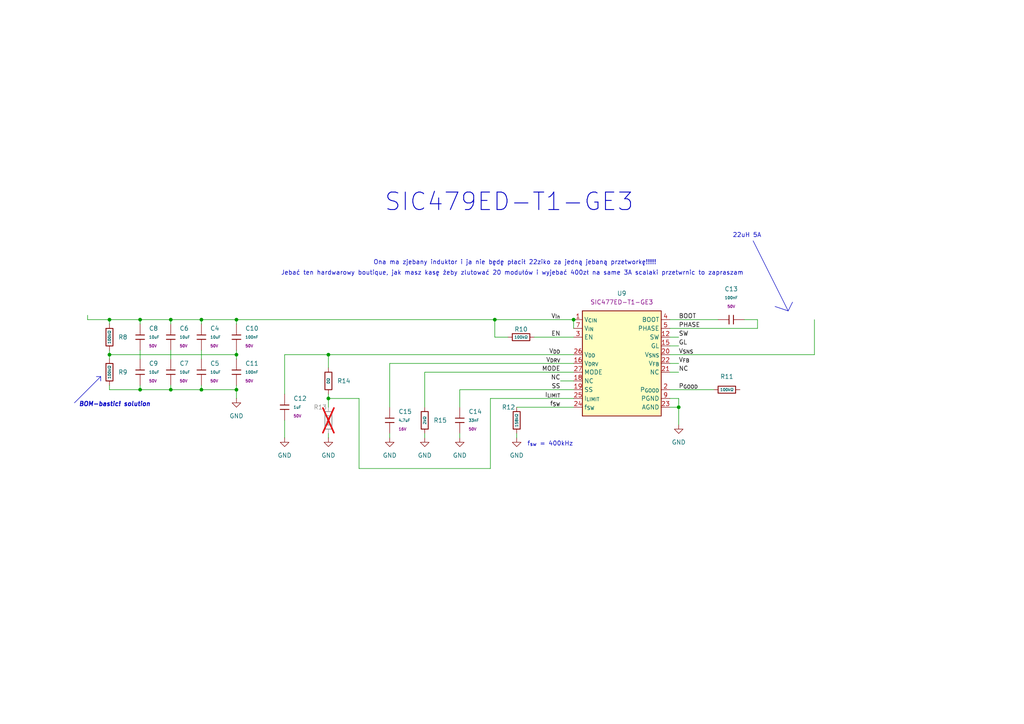
<source format=kicad_sch>
(kicad_sch (version 20250114) (generator "eeschema") (generator_version "9.0")
  (paper "A4")
  (lib_symbols
    (symbol "PCM_JLCPCB-Capacitors:0402,100nF,(2)" (pin_numbers (hide yes)) (pin_names (offset 0))
      (property "Reference" "C" (at 2.032 1.668 0))
      (property "Value" "100nF" (at 2.032 -0.3782 0))
      (property "Voltage Rated" "50V" (at 2.032 -2.0462 0))
      (symbol "0402,100nF,(2)_0_1"
        (polyline (pts (xy -1.27 0.635) (xy 1.27 0.635)) (stroke (width 0.254)))
        (polyline (pts (xy -1.27 -0.635) (xy 1.27 -0.635)) (stroke (width 0.254)))
      )
      (symbol "0402,100nF,(2)_1_1"
        (pin passive line (at 0 3.81 270) (length 3.175) (name "~") (number "1"))
        (pin passive line (at 0 -3.81 90) (length 3.175) (name "~") (number "2"))
      )
    )
    (symbol "PCM_JLCPCB-Capacitors:0603,1uF" (pin_numbers (hide yes)) (pin_names (offset 0))
      (property "Reference" "C" (at 2.032 1.668 0))
      (property "Value" "1uF" (at 2.032 -0.3782 0))
      (property "Voltage Rated" "50V" (at 2.032 -2.0462 0))
      (symbol "0603,1uF_0_1"
        (polyline (pts (xy -1.27 0.635) (xy 1.27 0.635)) (stroke (width 0.254)))
        (polyline (pts (xy -1.27 -0.635) (xy 1.27 -0.635)) (stroke (width 0.254)))
      )
      (symbol "0603,1uF_1_1"
        (pin passive line (at 0 3.81 270) (length 3.175) (name "~") (number "1"))
        (pin passive line (at 0 -3.81 90) (length 3.175) (name "~") (number "2"))
      )
    )
    (symbol "PCM_JLCPCB-Capacitors:0603,33nF" (pin_numbers (hide yes)) (pin_names (offset 0))
      (property "Reference" "C" (at 2.032 1.668 0))
      (property "Value" "33nF" (at 2.032 -0.3782 0))
      (property "Voltage Rated" "50V" (at 2.032 -2.0462 0))
      (symbol "0603,33nF_0_1"
        (polyline (pts (xy -1.27 0.635) (xy 1.27 0.635)) (stroke (width 0.254)))
        (polyline (pts (xy -1.27 -0.635) (xy 1.27 -0.635)) (stroke (width 0.254)))
      )
      (symbol "0603,33nF_1_1"
        (pin passive line (at 0 3.81 270) (length 3.175) (name "~") (number "1"))
        (pin passive line (at 0 -3.81 90) (length 3.175) (name "~") (number "2"))
      )
    )
    (symbol "PCM_JLCPCB-Capacitors:0603,4.7uF" (pin_numbers (hide yes)) (pin_names (offset 0))
      (property "Reference" "C" (at 2.032 1.668 0))
      (property "Value" "4.7uF" (at 2.032 -0.3782 0))
      (property "Voltage Rated" "16V" (at 2.032 -2.0462 0))
      (symbol "0603,4.7uF_0_1"
        (polyline (pts (xy -1.27 0.635) (xy 1.27 0.635)) (stroke (width 0.254)))
        (polyline (pts (xy -1.27 -0.635) (xy 1.27 -0.635)) (stroke (width 0.254)))
      )
      (symbol "0603,4.7uF_1_1"
        (pin passive line (at 0 3.81 270) (length 3.175) (name "~") (number "1"))
        (pin passive line (at 0 -3.81 90) (length 3.175) (name "~") (number "2"))
      )
    )
    (symbol "PCM_JLCPCB-Capacitors:0805,10uF,(2)" (pin_numbers (hide yes)) (pin_names (offset 0))
      (property "Reference" "C" (at 2.032 1.668 0))
      (property "Value" "10uF" (at 2.032 -0.3782 0))
      (property "Voltage Rated" "50V" (at 2.032 -2.0462 0))
      (symbol "0805,10uF,(2)_0_1"
        (polyline (pts (xy -1.27 0.635) (xy 1.27 0.635)) (stroke (width 0.254)))
        (polyline (pts (xy -1.27 -0.635) (xy 1.27 -0.635)) (stroke (width 0.254)))
      )
      (symbol "0805,10uF,(2)_1_1"
        (pin passive line (at 0 3.81 270) (length 3.175) (name "~") (number "1"))
        (pin passive line (at 0 -3.81 90) (length 3.175) (name "~") (number "2"))
      )
    )
    (symbol "PCM_JLCPCB-Resistors:0402,0Ω" (pin_numbers (hide yes)) (pin_names (offset 0))
      (property "Reference" "R" (at 1.778 0 0))
      (property "Value" "0Ω" (at 0 0 90))
      (symbol "0402,0Ω_0_1"
        (rectangle (start -1.016 2.54) (end 1.016 -2.54) (stroke (width 0.254)))
      )
      (symbol "0402,0Ω_1_1"
        (pin passive line (at 0 3.81 270) (length 1.27) (name "~") (number "1"))
        (pin passive line (at 0 -3.81 90) (length 1.27) (name "~") (number "2"))
      )
    )
    (symbol "PCM_JLCPCB-Resistors:0402,100kΩ" (pin_numbers (hide yes)) (pin_names (offset 0))
      (property "Reference" "R" (at 1.778 0 0))
      (property "Value" "100kΩ" (at 0 0 90))
      (symbol "0402,100kΩ_0_1"
        (rectangle (start -1.016 2.54) (end 1.016 -2.54) (stroke (width 0.254)))
      )
      (symbol "0402,100kΩ_1_1"
        (pin passive line (at 0 3.81 270) (length 1.27) (name "~") (number "1"))
        (pin passive line (at 0 -3.81 90) (length 1.27) (name "~") (number "2"))
      )
    )
    (symbol "PCM_JLCPCB-Resistors:0402,2kΩ" (pin_numbers (hide yes)) (pin_names (offset 0))
      (property "Reference" "R" (at 1.778 0 0))
      (property "Value" "2kΩ" (at 0 0 90))
      (symbol "0402,2kΩ_0_1"
        (rectangle (start -1.016 2.54) (end 1.016 -2.54) (stroke (width 0.254)))
      )
      (symbol "0402,2kΩ_1_1"
        (pin passive line (at 0 3.81 270) (length 1.27) (name "~") (number "1"))
        (pin passive line (at 0 -3.81 90) (length 1.27) (name "~") (number "2"))
      )
    )
    (symbol "antmicroDCDCConverters:SIC477ED-T1-GE3"
      (property "Reference" "U" (at 50.8 -5.08 0))
      (property "MPN" "SIC477ED-T1-GE3" (at 50.8 -17.78 0))
      (symbol "SIC477ED-T1-GE3_1_1"
        (rectangle (start 2.54 2.54) (end 25.4 -27.94) (stroke (width 0.254)) (fill (type background)))
        (pin input line (at 0 0 0) (length 2.54) (name "V_{CIN}") (number "1"))
        (pin input line (at 0 -2.54 0) (length 2.54) (name "V_{IN}") (number "7"))
        (pin passive line (at 0 -2.54 0) (length 2.54) (hide yes) (name "V_{IN}") (number "8"))
        (pin input line (at 0 -5.08 0) (length 2.54) (name "EN") (number "3"))
        (pin power_out line (at 0 -10.16 0) (length 2.54) (name "V_{DD}") (number "26"))
        (pin passive line (at 0 -12.7 0) (length 2.54) (name "V_{DRV}") (number "16"))
        (pin bidirectional line (at 0 -15.24 0) (length 2.54) (name "MODE") (number "27"))
        (pin passive line (at 0 -17.78 0) (length 2.54) (name "NC") (number "18"))
        (pin passive line (at 0 -20.32 0) (length 2.54) (name "SS") (number "19"))
        (pin passive line (at 0 -22.86 0) (length 2.54) (name "I_{LIMIT}") (number "25"))
        (pin passive line (at 0 -25.4 0) (length 2.54) (name "f_{SW}") (number "24"))
        (pin input line (at 27.94 0 180) (length 2.54) (name "BOOT") (number "4"))
        (pin bidirectional line (at 27.94 -2.54 180) (length 2.54) (name "PHASE") (number "5"))
        (pin passive line (at 27.94 -2.54 180) (length 2.54) (hide yes) (name "PHASE") (number "6"))
        (pin bidirectional line (at 27.94 -5.08 180) (length 2.54) (name "SW") (number "12"))
        (pin passive line (at 27.94 -5.08 180) (length 2.54) (hide yes) (name "SW") (number "13"))
        (pin passive line (at 27.94 -5.08 180) (length 2.54) (hide yes) (name "SW") (number "14"))
        (pin input line (at 27.94 -7.62 180) (length 2.54) (name "GL") (number "15"))
        (pin power_in line (at 27.94 -10.16 180) (length 2.54) (name "V_{SNS}") (number "20"))
        (pin input line (at 27.94 -12.7 180) (length 2.54) (name "V_{FB}") (number "22"))
        (pin passive line (at 27.94 -15.24 180) (length 2.54) (name "NC") (number "21"))
        (pin output line (at 27.94 -20.32 180) (length 2.54) (name "P_{GOOD}") (number "2"))
        (pin passive line (at 27.94 -22.86 180) (length 2.54) (hide yes) (name "PGND") (number "10"))
        (pin passive line (at 27.94 -22.86 180) (length 2.54) (hide yes) (name "PGND") (number "11"))
        (pin passive line (at 27.94 -22.86 180) (length 2.54) (hide yes) (name "PGND") (number "17"))
        (pin power_in line (at 27.94 -22.86 180) (length 2.54) (name "PGND") (number "9"))
        (pin power_in line (at 27.94 -25.4 180) (length 2.54) (name "AGND") (number "23"))
        (pin passive line (at 27.94 -25.4 180) (length 2.54) (hide yes) (name "AGND") (number "28"))
      )
    )
    (symbol "power:GND" (power) (pin_numbers (hide yes)) (pin_names (offset 0) (hide yes))
      (property "Value" "GND" (at 0 -3.81 0))
      (symbol "GND_0_1"
        (polyline (pts (xy 0 0) (xy 0 -1.27) (xy 1.27 -1.27) (xy 0 -2.54) (xy -1.27 -1.27) (xy 0 -1.27)))
      )
      (symbol "GND_1_1"
        (pin power_in line (at 0 0 270) (length 0) (name "~") (number "1"))
      )
    )
  )
  (text "Ona ma zjebany induktor i ja nie będę płacił 22ziko za jedną jebaną przetworkę!!!!!\n" (at 149.352 76.2 0) (effects (font (size 1.27 1.27))))
  (text "f_{sw} = 400kHz" (at 152.908 129.54 0) (effects (font (size 1.27 1.27)) (justify left bottom)))
  (text "Jebać ten hardwarowy boutique, jak masz kasę żeby zlutować 20 modułów i wyjebać 400zł na same 3A scalaki przetwrnic to zapraszam\n" (at 148.59 79.248 0) (effects (font (size 1.27 1.27))))
  (text "\nSIC479ED-T1-GE3 \n" (at 149.606 54.61 0) (effects (font (size 5.08 5.08) (thickness 0.254) (bold yes))))
  (text "BOM-bastic! solution" (at 33.274 117.348 0) (effects (font (size 1.27 1.27) (thickness 0.254) (bold yes) (italic yes))))
  (text "22uH 5A\n" (at 216.662 68.326 0) (effects (font (size 1.27 1.27))))
  (junction (at 40.64 92.71))
  (junction (at 31.75 92.71))
  (junction (at 58.42 92.71))
  (junction (at 49.53 92.71))
  (junction (at 31.75 102.87))
  (junction (at 58.42 113.03))
  (junction (at 49.53 113.03))
  (junction (at 68.58 92.71))
  (junction (at 68.58 102.87))
  (junction (at 196.85 118.11))
  (junction (at 95.25 102.87))
  (junction (at 166.37 92.71))
  (junction (at 95.25 115.57))
  (junction (at 40.64 113.03))
  (junction (at 68.58 113.03))
  (junction (at 143.51 92.71))
  (wire (pts (xy 236.22 92.71) (xy 236.22 102.87)))
  (wire (pts (xy 196.85 118.11) (xy 194.31 118.11)))
  (wire (pts (xy 95.25 115.57) (xy 95.25 118.11)))
  (wire (pts (xy 194.31 95.25) (xy 219.71 95.25)))
  (wire (pts (xy 215.9 92.71) (xy 219.71 92.71)))
  (wire (pts (xy 133.35 113.03) (xy 166.37 113.03)))
  (wire (pts (xy 95.25 102.87) (xy 166.37 102.87)))
  (wire (pts (xy 68.58 92.71) (xy 68.58 93.98)))
  (wire (pts (xy 31.75 102.87) (xy 68.58 102.87)))
  (wire (pts (xy 142.24 115.57) (xy 142.24 135.89)))
  (wire (pts (xy 68.58 111.76) (xy 68.58 113.03)))
  (wire (pts (xy 82.55 102.87) (xy 95.25 102.87)))
  (wire (pts (xy 68.58 92.71) (xy 143.51 92.71)))
  (wire (pts (xy 149.86 118.11) (xy 166.37 118.11)))
  (polyline (pts (xy 218.44 69.85) (xy 228.6 90.17)))
  (wire (pts (xy 31.75 92.71) (xy 31.75 93.98)))
  (polyline (pts (xy 29.21 109.22) (xy 29.21 110.49)))
  (wire (pts (xy 49.53 92.71) (xy 58.42 92.71)))
  (wire (pts (xy 49.53 113.03) (xy 40.64 113.03)))
  (wire (pts (xy 58.42 111.76) (xy 58.42 113.03)))
  (wire (pts (xy 196.85 107.95) (xy 194.31 107.95)))
  (wire (pts (xy 49.53 101.6) (xy 49.53 104.14)))
  (wire (pts (xy 154.94 97.79) (xy 166.37 97.79)))
  (wire (pts (xy 133.35 125.73) (xy 133.35 127)))
  (wire (pts (xy 133.35 118.11) (xy 133.35 113.03)))
  (wire (pts (xy 196.85 97.79) (xy 194.31 97.79)))
  (wire (pts (xy 196.85 100.33) (xy 194.31 100.33)))
  (wire (pts (xy 58.42 113.03) (xy 68.58 113.03)))
  (wire (pts (xy 113.03 105.41) (xy 166.37 105.41)))
  (wire (pts (xy 95.25 102.87) (xy 95.25 106.68)))
  (wire (pts (xy 31.75 101.6) (xy 31.75 102.87)))
  (wire (pts (xy 113.03 125.73) (xy 113.03 127)))
  (polyline (pts (xy 27.94 109.22) (xy 29.21 109.22)))
  (wire (pts (xy 40.64 92.71) (xy 49.53 92.71)))
  (wire (pts (xy 104.14 135.89) (xy 104.14 115.57)))
  (wire (pts (xy 40.64 92.71) (xy 40.64 93.98)))
  (wire (pts (xy 166.37 115.57) (xy 142.24 115.57)))
  (wire (pts (xy 166.37 92.71) (xy 166.37 95.25)))
  (wire (pts (xy 58.42 92.71) (xy 68.58 92.71)))
  (wire (pts (xy 31.75 102.87) (xy 31.75 104.14)))
  (wire (pts (xy 194.31 102.87) (xy 236.22 102.87)))
  (wire (pts (xy 31.75 92.71) (xy 25.4 92.71)))
  (wire (pts (xy 95.25 125.73) (xy 95.25 127)))
  (polyline (pts (xy 228.6 90.17) (xy 229.87 87.63)))
  (wire (pts (xy 147.32 97.79) (xy 143.51 97.79)))
  (wire (pts (xy 68.58 102.87) (xy 68.58 104.14)))
  (wire (pts (xy 142.24 135.89) (xy 104.14 135.89)))
  (wire (pts (xy 143.51 97.79) (xy 143.51 92.71)))
  (wire (pts (xy 196.85 118.11) (xy 196.85 123.19)))
  (wire (pts (xy 162.56 110.49) (xy 166.37 110.49)))
  (wire (pts (xy 68.58 113.03) (xy 68.58 115.57)))
  (wire (pts (xy 82.55 102.87) (xy 82.55 114.3)))
  (wire (pts (xy 95.25 114.3) (xy 95.25 115.57)))
  (wire (pts (xy 166.37 107.95) (xy 123.19 107.95)))
  (wire (pts (xy 196.85 105.41) (xy 194.31 105.41)))
  (wire (pts (xy 49.53 92.71) (xy 49.53 93.98)))
  (wire (pts (xy 123.19 125.73) (xy 123.19 127)))
  (wire (pts (xy 113.03 118.11) (xy 113.03 105.41)))
  (wire (pts (xy 49.53 113.03) (xy 49.53 111.76)))
  (wire (pts (xy 68.58 101.6) (xy 68.58 102.87)))
  (wire (pts (xy 194.31 92.71) (xy 208.28 92.71)))
  (wire (pts (xy 196.85 115.57) (xy 196.85 118.11)))
  (wire (pts (xy 143.51 92.71) (xy 166.37 92.71)))
  (wire (pts (xy 123.19 107.95) (xy 123.19 118.11)))
  (wire (pts (xy 40.64 113.03) (xy 40.64 111.76)))
  (wire (pts (xy 58.42 101.6) (xy 58.42 104.14)))
  (wire (pts (xy 31.75 92.71) (xy 40.64 92.71)))
  (wire (pts (xy 82.55 121.92) (xy 82.55 127)))
  (wire (pts (xy 194.31 113.03) (xy 207.01 113.03)))
  (wire (pts (xy 40.64 101.6) (xy 40.64 104.14)))
  (wire (pts (xy 58.42 92.71) (xy 58.42 93.98)))
  (wire (pts (xy 58.42 113.03) (xy 49.53 113.03)))
  (wire (pts (xy 31.75 113.03) (xy 40.64 113.03)))
  (wire (pts (xy 219.71 92.71) (xy 219.71 95.25)))
  (wire (pts (xy 25.4 91.44) (xy 25.4 92.71)))
  (wire (pts (xy 31.75 111.76) (xy 31.75 113.03)))
  (polyline (pts (xy 224.79 88.9) (xy 228.6 90.17)))
  (wire (pts (xy 149.86 125.73) (xy 149.86 127)))
  (wire (pts (xy 104.14 115.57) (xy 95.25 115.57)))
  (wire (pts (xy 196.85 115.57) (xy 194.31 115.57)))
  (polyline (pts (xy 21.59 116.84) (xy 29.21 109.22)))
  (label "I_{LIMIT}" (at 162.56 115.57 180))
  (label "SW" (at 196.85 97.79 0))
  (label "PHASE" (at 196.85 95.25 0))
  (label "NC" (at 196.85 107.95 0))
  (label "SS" (at 162.56 113.03 180))
  (label "f_{SW}" (at 162.56 118.11 180))
  (label "V_{DRV}" (at 162.56 105.41 180))
  (label "NC" (at 162.56 110.49 180))
  (label "V_{FB}" (at 196.85 105.41 0))
  (label "BOOT" (at 196.85 92.71 0))
  (label "EN" (at 162.56 97.79 180))
  (label "P_{GOOD}" (at 196.85 113.03 0))
  (label "V_{in}" (at 162.56 92.71 180))
  (label "MODE" (at 162.56 107.95 180))
  (label "GL" (at 196.85 100.33 0))
  (label "V_{SNS}" (at 196.85 102.87 0))
  (label "V_{DD}" (at 162.56 102.87 180))
  (symbol (lib_id "power:GND") (at 95.25 127 0) (unit 1)
    (property "Reference" "#PWR019" (effects (hide yes)))
    (property "Value" "GND" (at 95.25 132.08 0))
    (property "Description" "Power symbol creates a global label with name \"GND\" , ground" (effects (hide yes)))
  )
  (symbol (lib_id "power:GND") (at 68.58 115.57 0) (unit 1)
    (property "Reference" "#PWR010" (effects (hide yes)))
    (property "Value" "GND" (at 68.58 120.65 0))
    (property "Description" "Power symbol creates a global label with name \"GND\" , ground" (effects (hide yes)))
  )
  (symbol (lib_id "power:GND") (at 82.55 127 0) (unit 1)
    (property "Reference" "#PWR016" (effects (hide yes)))
    (property "Value" "GND" (at 82.55 132.08 0))
    (property "Description" "Power symbol creates a global label with name \"GND\" , ground" (effects (hide yes)))
  )
  (symbol (lib_id "PCM_JLCPCB-Resistors:0402,100kΩ") (at 151.13 97.79 90) (unit 1)
    (property "Reference" "R10" (at 151.13 95.504 90))
    (property "Value" "100kΩ" (at 151.13 97.79 90) (effects (font (size 0.8 0.8))))
    (property "Footprint" "PCM_JLCPCB:R_0402" (effects (hide yes)))
    (property "Datasheet" "https://www.lcsc.com/datasheet/lcsc_datasheet_2206010100_UNI-ROYAL-Uniroyal-Elec-0402WGF1003TCE_C25741.pdf" (effects (hide yes)))
    (property "Description" "62.5mW Thick Film Resistors 50V ±100ppm/°C ±1% 100kΩ 0402 Chip Resistor - Surface Mount ROHS" (effects (hide yes)))
    (property "LCSC" "C25741" (effects (hide yes)))
    (property "Stock" "7513591" (effects (hide yes)))
    (property "Price" "0.004USD" (effects (hide yes)))
    (property "Process" "SMT" (effects (hide yes)))
    (property "Minimum Qty" "20" (effects (hide yes)))
    (property "Attrition Qty" "10" (effects (hide yes)))
    (property "Class" "Basic Component" (effects (hide yes)))
    (property "Category" "Resistors,Chip Resistor - Surface Mount" (effects (hide yes)))
    (property "Manufacturer" "UNI-ROYAL(Uniroyal Elec)" (effects (hide yes)))
    (property "Part" "0402WGF1003TCE" (effects (hide yes)))
    (property "Resistance" "100kΩ" (effects (hide yes)))
    (property "Power(Watts)" "62.5mW" (effects (hide yes)))
    (property "Type" "Thick Film Resistors" (effects (hide yes)))
    (property "Overload Voltage (Max)" "50V" (effects (hide yes)))
    (property "Operating Temperature Range" "-55°C~+155°C" (effects (hide yes)))
    (property "Tolerance" "±1%" (effects (hide yes)))
    (property "Temperature Coefficient" "±100ppm/°C" (effects (hide yes)))
  )
  (symbol (lib_id "PCM_JLCPCB-Resistors:0402,100kΩ") (at 31.75 107.95 0) (unit 1)
    (property "Reference" "R9" (at 34.29 107.9499 0) (effects (justify left)))
    (property "Value" "100kΩ" (at 31.75 107.95 90) (effects (font (size 0.8 0.8))))
    (property "Footprint" "PCM_JLCPCB:R_0402" (effects (hide yes)))
    (property "Datasheet" "https://www.lcsc.com/datasheet/lcsc_datasheet_2206010100_UNI-ROYAL-Uniroyal-Elec-0402WGF1003TCE_C25741.pdf" (effects (hide yes)))
    (property "Description" "62.5mW Thick Film Resistors 50V ±100ppm/°C ±1% 100kΩ 0402 Chip Resistor - Surface Mount ROHS" (effects (hide yes)))
    (property "LCSC" "C25741" (effects (hide yes)))
    (property "Stock" "7513591" (effects (hide yes)))
    (property "Price" "0.004USD" (effects (hide yes)))
    (property "Process" "SMT" (effects (hide yes)))
    (property "Minimum Qty" "20" (effects (hide yes)))
    (property "Attrition Qty" "10" (effects (hide yes)))
    (property "Class" "Basic Component" (effects (hide yes)))
    (property "Category" "Resistors,Chip Resistor - Surface Mount" (effects (hide yes)))
    (property "Manufacturer" "UNI-ROYAL(Uniroyal Elec)" (effects (hide yes)))
    (property "Part" "0402WGF1003TCE" (effects (hide yes)))
    (property "Resistance" "100kΩ" (effects (hide yes)))
    (property "Power(Watts)" "62.5mW" (effects (hide yes)))
    (property "Type" "Thick Film Resistors" (effects (hide yes)))
    (property "Overload Voltage (Max)" "50V" (effects (hide yes)))
    (property "Operating Temperature Range" "-55°C~+155°C" (effects (hide yes)))
    (property "Tolerance" "±1%" (effects (hide yes)))
    (property "Temperature Coefficient" "±100ppm/°C" (effects (hide yes)))
  )
  (symbol (lib_id "PCM_JLCPCB-Capacitors:0805,10uF,(2)") (at 49.53 97.79 0) (unit 1)
    (property "Reference" "C6" (at 52.07 95.2499 0) (effects (justify left)))
    (property "Value" "10uF" (at 52.07 97.79 0) (effects (font (size 0.8 0.8)) (justify left)))
    (property "Footprint" "PCM_JLCPCB:C_0805" (effects (hide yes)))
    (property "Datasheet" "https://www.lcsc.com/datasheet/lcsc_datasheet_2411041759_Murata-Electronics-GRM21BR61H106KE43L_C440198.pdf" (effects (hide yes)))
    (property "Description" "50V 10uF X5R ±10% 0805 Multilayer Ceramic Capacitors MLCC - SMD/SMT ROHS" (effects (hide yes)))
    (property "LCSC" "C440198" (effects (hide yes)))
    (property "Stock" "1039032" (effects (hide yes)))
    (property "Price" "0.069USD" (effects (hide yes)))
    (property "Process" "SMT" (effects (hide yes)))
    (property "Minimum Qty" "5" (effects (hide yes)))
    (property "Attrition Qty" "4" (effects (hide yes)))
    (property "Class" "Basic Component" (effects (hide yes)))
    (property "Category" "Capacitors,Multilayer Ceramic Capacitors MLCC - SMD/SMT" (effects (hide yes)))
    (property "Manufacturer" "Murata Electronics" (effects (hide yes)))
    (property "Part" "GRM21BR61H106KE43L" (effects (hide yes)))
    (property "Voltage Rated" "50V" (at 52.07 100.33 0) (effects (font (size 0.8 0.8)) (justify left)))
    (property "Tolerance" "±10%" (effects (hide yes)))
    (property "Capacitance" "10uF" (effects (hide yes)))
    (property "Temperature Coefficient" "X5R" (effects (hide yes)))
  )
  (symbol (lib_id "PCM_JLCPCB-Capacitors:0805,10uF,(2)") (at 40.64 97.79 0) (unit 1)
    (property "Reference" "C8" (at 43.18 95.2499 0) (effects (justify left)))
    (property "Value" "10uF" (at 43.18 97.79 0) (effects (font (size 0.8 0.8)) (justify left)))
    (property "Footprint" "PCM_JLCPCB:C_0805" (effects (hide yes)))
    (property "Datasheet" "https://www.lcsc.com/datasheet/lcsc_datasheet_2411041759_Murata-Electronics-GRM21BR61H106KE43L_C440198.pdf" (effects (hide yes)))
    (property "Description" "50V 10uF X5R ±10% 0805 Multilayer Ceramic Capacitors MLCC - SMD/SMT ROHS" (effects (hide yes)))
    (property "LCSC" "C440198" (effects (hide yes)))
    (property "Stock" "1039032" (effects (hide yes)))
    (property "Price" "0.069USD" (effects (hide yes)))
    (property "Process" "SMT" (effects (hide yes)))
    (property "Minimum Qty" "5" (effects (hide yes)))
    (property "Attrition Qty" "4" (effects (hide yes)))
    (property "Class" "Basic Component" (effects (hide yes)))
    (property "Category" "Capacitors,Multilayer Ceramic Capacitors MLCC - SMD/SMT" (effects (hide yes)))
    (property "Manufacturer" "Murata Electronics" (effects (hide yes)))
    (property "Part" "GRM21BR61H106KE43L" (effects (hide yes)))
    (property "Voltage Rated" "50V" (at 43.18 100.33 0) (effects (font (size 0.8 0.8)) (justify left)))
    (property "Tolerance" "±10%" (effects (hide yes)))
    (property "Capacitance" "10uF" (effects (hide yes)))
    (property "Temperature Coefficient" "X5R" (effects (hide yes)))
  )
  (symbol (lib_id "power:GND") (at 196.85 123.19 0) (unit 1)
    (property "Reference" "#PWR014" (effects (hide yes)))
    (property "Value" "GND" (at 196.85 128.27 0))
    (property "Description" "Power symbol creates a global label with name \"GND\" , ground" (effects (hide yes)))
  )
  (symbol (lib_id "PCM_JLCPCB-Resistors:0402,100kΩ") (at 31.75 97.79 0) (unit 1)
    (property "Reference" "R8" (at 34.29 97.7899 0) (effects (justify left)))
    (property "Value" "100kΩ" (at 31.75 97.79 90) (effects (font (size 0.8 0.8))))
    (property "Footprint" "PCM_JLCPCB:R_0402" (effects (hide yes)))
    (property "Datasheet" "https://www.lcsc.com/datasheet/lcsc_datasheet_2206010100_UNI-ROYAL-Uniroyal-Elec-0402WGF1003TCE_C25741.pdf" (effects (hide yes)))
    (property "Description" "62.5mW Thick Film Resistors 50V ±100ppm/°C ±1% 100kΩ 0402 Chip Resistor - Surface Mount ROHS" (effects (hide yes)))
    (property "LCSC" "C25741" (effects (hide yes)))
    (property "Stock" "7513591" (effects (hide yes)))
    (property "Price" "0.004USD" (effects (hide yes)))
    (property "Process" "SMT" (effects (hide yes)))
    (property "Minimum Qty" "20" (effects (hide yes)))
    (property "Attrition Qty" "10" (effects (hide yes)))
    (property "Class" "Basic Component" (effects (hide yes)))
    (property "Category" "Resistors,Chip Resistor - Surface Mount" (effects (hide yes)))
    (property "Manufacturer" "UNI-ROYAL(Uniroyal Elec)" (effects (hide yes)))
    (property "Part" "0402WGF1003TCE" (effects (hide yes)))
    (property "Resistance" "100kΩ" (effects (hide yes)))
    (property "Power(Watts)" "62.5mW" (effects (hide yes)))
    (property "Type" "Thick Film Resistors" (effects (hide yes)))
    (property "Overload Voltage (Max)" "50V" (effects (hide yes)))
    (property "Operating Temperature Range" "-55°C~+155°C" (effects (hide yes)))
    (property "Tolerance" "±1%" (effects (hide yes)))
    (property "Temperature Coefficient" "±100ppm/°C" (effects (hide yes)))
  )
  (symbol (lib_id "PCM_JLCPCB-Capacitors:0402,100nF,(2)") (at 68.58 107.95 0) (unit 1)
    (property "Reference" "C11" (at 71.12 105.4099 0) (effects (justify left)))
    (property "Value" "100nF" (at 71.12 107.95 0) (effects (font (size 0.8 0.8)) (justify left)))
    (property "Footprint" "PCM_JLCPCB:C_0402" (effects (hide yes)))
    (property "Datasheet" "https://www.lcsc.com/datasheet/lcsc_datasheet_2304140030_Samsung-Electro-Mechanics-CL05B104KB54PNC_C307331.pdf" (effects (hide yes)))
    (property "Description" "50V 100nF X7R ±10% 0402 Multilayer Ceramic Capacitors MLCC - SMD/SMT ROHS" (effects (hide yes)))
    (property "LCSC" "C307331" (effects (hide yes)))
    (property "Stock" "5475927" (effects (hide yes)))
    (property "Price" "0.008USD" (effects (hide yes)))
    (property "Process" "SMT" (effects (hide yes)))
    (property "Minimum Qty" "20" (effects (hide yes)))
    (property "Attrition Qty" "10" (effects (hide yes)))
    (property "Class" "Basic Component" (effects (hide yes)))
    (property "Category" "Capacitors,Multilayer Ceramic Capacitors MLCC - SMD/SMT" (effects (hide yes)))
    (property "Manufacturer" "Samsung Electro-Mechanics" (effects (hide yes)))
    (property "Part" "CL05B104KB54PNC" (effects (hide yes)))
    (property "Voltage Rated" "50V" (at 71.12 110.49 0) (effects (font (size 0.8 0.8)) (justify left)))
    (property "Tolerance" "±10%" (effects (hide yes)))
    (property "Capacitance" "100nF" (effects (hide yes)))
    (property "Temperature Coefficient" "X7R" (effects (hide yes)))
  )
  (symbol (lib_id "PCM_JLCPCB-Capacitors:0805,10uF,(2)") (at 49.53 107.95 0) (unit 1)
    (property "Reference" "C7" (at 52.07 105.4099 0) (effects (justify left)))
    (property "Value" "10uF" (at 52.07 107.95 0) (effects (font (size 0.8 0.8)) (justify left)))
    (property "Footprint" "PCM_JLCPCB:C_0805" (effects (hide yes)))
    (property "Datasheet" "https://www.lcsc.com/datasheet/lcsc_datasheet_2411041759_Murata-Electronics-GRM21BR61H106KE43L_C440198.pdf" (effects (hide yes)))
    (property "Description" "50V 10uF X5R ±10% 0805 Multilayer Ceramic Capacitors MLCC - SMD/SMT ROHS" (effects (hide yes)))
    (property "LCSC" "C440198" (effects (hide yes)))
    (property "Stock" "1039032" (effects (hide yes)))
    (property "Price" "0.069USD" (effects (hide yes)))
    (property "Process" "SMT" (effects (hide yes)))
    (property "Minimum Qty" "5" (effects (hide yes)))
    (property "Attrition Qty" "4" (effects (hide yes)))
    (property "Class" "Basic Component" (effects (hide yes)))
    (property "Category" "Capacitors,Multilayer Ceramic Capacitors MLCC - SMD/SMT" (effects (hide yes)))
    (property "Manufacturer" "Murata Electronics" (effects (hide yes)))
    (property "Part" "GRM21BR61H106KE43L" (effects (hide yes)))
    (property "Voltage Rated" "50V" (at 52.07 110.49 0) (effects (font (size 0.8 0.8)) (justify left)))
    (property "Tolerance" "±10%" (effects (hide yes)))
    (property "Capacitance" "10uF" (effects (hide yes)))
    (property "Temperature Coefficient" "X5R" (effects (hide yes)))
  )
  (symbol (lib_id "PCM_JLCPCB-Resistors:0402,100kΩ") (at 95.25 121.92 0) (unit 1) (dnp yes)
    (property "Reference" "R13" (at 90.932 118.11 0) (effects (justify left)))
    (property "Value" "68kΩ" (at 95.25 121.92 90) (effects (font (size 0.8 0.8))))
    (property "Footprint" "PCM_JLCPCB:R_0402" (effects (hide yes)))
    (property "Datasheet" "https://jlcpcb.com/api/file/downloadByFileSystemAccessId/8586191849094852608" (effects (hide yes)))
    (property "Description" "-55℃~+155℃ 50V 62.5mW 68kΩ Thick Film Resistor ±100ppm/℃ ±5% 0402 Chip Resistor - Surface Mount ROHS" (effects (hide yes)))
    (property "LCSC" "C25569" (effects (hide yes)))
    (property "Stock" "7513591" (effects (hide yes)))
    (property "Price" "0.004USD" (effects (hide yes)))
    (property "Process" "SMT" (effects (hide yes)))
    (property "Minimum Qty" "20" (effects (hide yes)))
    (property "Attrition Qty" "10" (effects (hide yes)))
    (property "Class" "Basic Component" (effects (hide yes)))
    (property "Category" "Resistors,Chip Resistor - Surface Mount" (effects (hide yes)))
    (property "Manufacturer" "UNI-ROYAL(Uniroyal Elec)" (effects (hide yes)))
    (property "Part" "0402WGF1003TCE" (effects (hide yes)))
    (property "Resistance" "100kΩ" (effects (hide yes)))
    (property "Power(Watts)" "62.5mW" (effects (hide yes)))
    (property "Type" "Thick Film Resistors" (effects (hide yes)))
    (property "Overload Voltage (Max)" "50V" (effects (hide yes)))
    (property "Operating Temperature Range" "-55°C~+155°C" (effects (hide yes)))
    (property "Tolerance" "±1%" (effects (hide yes)))
    (property "Temperature Coefficient" "±100ppm/°C" (effects (hide yes)))
  )
  (symbol (lib_id "PCM_JLCPCB-Capacitors:0805,10uF,(2)") (at 58.42 97.79 0) (unit 1)
    (property "Reference" "C4" (at 60.96 95.2499 0) (effects (justify left)))
    (property "Value" "10uF" (at 60.96 97.79 0) (effects (font (size 0.8 0.8)) (justify left)))
    (property "Footprint" "PCM_JLCPCB:C_0805" (effects (hide yes)))
    (property "Datasheet" "https://www.lcsc.com/datasheet/lcsc_datasheet_2411041759_Murata-Electronics-GRM21BR61H106KE43L_C440198.pdf" (effects (hide yes)))
    (property "Description" "50V 10uF X5R ±10% 0805 Multilayer Ceramic Capacitors MLCC - SMD/SMT ROHS" (effects (hide yes)))
    (property "LCSC" "C440198" (effects (hide yes)))
    (property "Stock" "1039032" (effects (hide yes)))
    (property "Price" "0.069USD" (effects (hide yes)))
    (property "Process" "SMT" (effects (hide yes)))
    (property "Minimum Qty" "5" (effects (hide yes)))
    (property "Attrition Qty" "4" (effects (hide yes)))
    (property "Class" "Basic Component" (effects (hide yes)))
    (property "Category" "Capacitors,Multilayer Ceramic Capacitors MLCC - SMD/SMT" (effects (hide yes)))
    (property "Manufacturer" "Murata Electronics" (effects (hide yes)))
    (property "Part" "GRM21BR61H106KE43L" (effects (hide yes)))
    (property "Voltage Rated" "50V" (at 60.96 100.33 0) (effects (font (size 0.8 0.8)) (justify left)))
    (property "Tolerance" "±10%" (effects (hide yes)))
    (property "Capacitance" "10uF" (effects (hide yes)))
    (property "Temperature Coefficient" "X5R" (effects (hide yes)))
  )
  (symbol (lib_id "PCM_JLCPCB-Resistors:0402,2kΩ") (at 123.19 121.92 0) (unit 1)
    (property "Reference" "R15" (at 125.73 121.9199 0) (effects (justify left)))
    (property "Value" "2kΩ" (at 123.19 121.92 90) (effects (font (size 0.8 0.8))))
    (property "Footprint" "PCM_JLCPCB:R_0402" (effects (hide yes)))
    (property "Datasheet" "https://www.lcsc.com/datasheet/lcsc_datasheet_2206010230_UNI-ROYAL-Uniroyal-Elec-0402WGF2001TCE_C4109.pdf" (effects (hide yes)))
    (property "Description" "62.5mW Thick Film Resistors 50V ±100ppm/°C ±1% 2kΩ 0402 Chip Resistor - Surface Mount ROHS" (effects (hide yes)))
    (property "LCSC" "C4109" (effects (hide yes)))
    (property "Stock" "1412612" (effects (hide yes)))
    (property "Price" "0.004USD" (effects (hide yes)))
    (property "Process" "SMT" (effects (hide yes)))
    (property "Minimum Qty" "20" (effects (hide yes)))
    (property "Attrition Qty" "10" (effects (hide yes)))
    (property "Class" "Basic Component" (effects (hide yes)))
    (property "Category" "Resistors,Chip Resistor - Surface Mount" (effects (hide yes)))
    (property "Manufacturer" "UNI-ROYAL(Uniroyal Elec)" (effects (hide yes)))
    (property "Part" "0402WGF2001TCE" (effects (hide yes)))
    (property "Resistance" "2kΩ" (effects (hide yes)))
    (property "Power(Watts)" "62.5mW" (effects (hide yes)))
    (property "Type" "Thick Film Resistors" (effects (hide yes)))
    (property "Overload Voltage (Max)" "50V" (effects (hide yes)))
    (property "Operating Temperature Range" "-55°C~+155°C" (effects (hide yes)))
    (property "Tolerance" "±1%" (effects (hide yes)))
    (property "Temperature Coefficient" "±100ppm/°C" (effects (hide yes)))
  )
  (symbol (lib_id "PCM_JLCPCB-Capacitors:0805,10uF,(2)") (at 40.64 107.95 0) (unit 1)
    (property "Reference" "C9" (at 43.18 105.4099 0) (effects (justify left)))
    (property "Value" "10uF" (at 43.18 107.95 0) (effects (font (size 0.8 0.8)) (justify left)))
    (property "Footprint" "PCM_JLCPCB:C_0805" (effects (hide yes)))
    (property "Datasheet" "https://www.lcsc.com/datasheet/lcsc_datasheet_2411041759_Murata-Electronics-GRM21BR61H106KE43L_C440198.pdf" (effects (hide yes)))
    (property "Description" "50V 10uF X5R ±10% 0805 Multilayer Ceramic Capacitors MLCC - SMD/SMT ROHS" (effects (hide yes)))
    (property "LCSC" "C440198" (effects (hide yes)))
    (property "Stock" "1039032" (effects (hide yes)))
    (property "Price" "0.069USD" (effects (hide yes)))
    (property "Process" "SMT" (effects (hide yes)))
    (property "Minimum Qty" "5" (effects (hide yes)))
    (property "Attrition Qty" "4" (effects (hide yes)))
    (property "Class" "Basic Component" (effects (hide yes)))
    (property "Category" "Capacitors,Multilayer Ceramic Capacitors MLCC - SMD/SMT" (effects (hide yes)))
    (property "Manufacturer" "Murata Electronics" (effects (hide yes)))
    (property "Part" "GRM21BR61H106KE43L" (effects (hide yes)))
    (property "Voltage Rated" "50V" (at 43.18 110.49 0) (effects (font (size 0.8 0.8)) (justify left)))
    (property "Tolerance" "±10%" (effects (hide yes)))
    (property "Capacitance" "10uF" (effects (hide yes)))
    (property "Temperature Coefficient" "X5R" (effects (hide yes)))
  )
  (symbol (lib_id "power:GND") (at 149.86 127 0) (unit 1)
    (property "Reference" "#PWR017" (effects (hide yes)))
    (property "Value" "GND" (at 149.86 132.08 0))
    (property "Description" "Power symbol creates a global label with name \"GND\" , ground" (effects (hide yes)))
  )
  (symbol (lib_id "PCM_JLCPCB-Capacitors:0402,100nF,(2)") (at 68.58 97.79 0) (unit 1)
    (property "Reference" "C10" (at 71.12 95.2499 0) (effects (justify left)))
    (property "Value" "100nF" (at 71.12 97.79 0) (effects (font (size 0.8 0.8)) (justify left)))
    (property "Footprint" "PCM_JLCPCB:C_0402" (effects (hide yes)))
    (property "Datasheet" "https://www.lcsc.com/datasheet/lcsc_datasheet_2304140030_Samsung-Electro-Mechanics-CL05B104KB54PNC_C307331.pdf" (effects (hide yes)))
    (property "Description" "50V 100nF X7R ±10% 0402 Multilayer Ceramic Capacitors MLCC - SMD/SMT ROHS" (effects (hide yes)))
    (property "LCSC" "C307331" (effects (hide yes)))
    (property "Stock" "5475927" (effects (hide yes)))
    (property "Price" "0.008USD" (effects (hide yes)))
    (property "Process" "SMT" (effects (hide yes)))
    (property "Minimum Qty" "20" (effects (hide yes)))
    (property "Attrition Qty" "10" (effects (hide yes)))
    (property "Class" "Basic Component" (effects (hide yes)))
    (property "Category" "Capacitors,Multilayer Ceramic Capacitors MLCC - SMD/SMT" (effects (hide yes)))
    (property "Manufacturer" "Samsung Electro-Mechanics" (effects (hide yes)))
    (property "Part" "CL05B104KB54PNC" (effects (hide yes)))
    (property "Voltage Rated" "50V" (at 71.12 100.33 0) (effects (font (size 0.8 0.8)) (justify left)))
    (property "Tolerance" "±10%" (effects (hide yes)))
    (property "Capacitance" "100nF" (effects (hide yes)))
    (property "Temperature Coefficient" "X7R" (effects (hide yes)))
  )
  (symbol (lib_id "power:GND") (at 133.35 127 0) (unit 1)
    (property "Reference" "#PWR021" (effects (hide yes)))
    (property "Value" "GND" (at 133.35 132.08 0))
    (property "Description" "Power symbol creates a global label with name \"GND\" , ground" (effects (hide yes)))
  )
  (symbol (lib_id "antmicroDCDCConverters:SIC477ED-T1-GE3") (at 166.37 92.71 0) (unit 1)
    (property "Reference" "U9" (at 180.34 85.09 0))
    (property "Value" "SIC477ED-T1-GE3" (effects (hide yes)))
    (property "Footprint" "Package_DFN_QFN:Vishay_PowerPAK_MLP55-27L" (effects (hide yes)))
    (property "Datasheet" "https://www.vishay.com/docs/77113/sic47x.pdf" (effects (hide yes)))
    (property "Description" "DC/DC Synchronous Regulator, Adjustable, 4.5V to 55VIn, 0.8V to 50.6V/6AOut, 2MHz, PowerPAK MLP55-27" (effects (hide yes)))
    (property "Manufacturer" "Vishay" (effects (hide yes)))
    (property "MPN" "SIC477ED-T1-GE3" (at 180.34 87.63 0))
  )
  (symbol (lib_id "PCM_JLCPCB-Resistors:0402,100kΩ") (at 149.86 121.92 0) (unit 1)
    (property "Reference" "R12" (at 145.542 118.11 0) (effects (justify left)))
    (property "Value" "158kΩ" (at 149.86 121.92 90) (effects (font (size 0.8 0.8))))
    (property "Footprint" "PCM_JLCPCB:R_0402" (effects (hide yes)))
    (property "Datasheet" "https://jlcpcb.com/api/file/downloadByFileSystemAccessId/8586191849094852608" (effects (hide yes)))
    (property "Description" "62.5mW Thick Film Resistors 50V ±100ppm/°C ±1% 100kΩ 0402 Chip Resistor - Surface Mount ROHS" (effects (hide yes)))
    (property "LCSC" "C99856" (effects (hide yes)))
    (property "Stock" "7513591" (effects (hide yes)))
    (property "Price" "0.004USD" (effects (hide yes)))
    (property "Process" "SMT" (effects (hide yes)))
    (property "Minimum Qty" "20" (effects (hide yes)))
    (property "Attrition Qty" "10" (effects (hide yes)))
    (property "Class" "Basic Component" (effects (hide yes)))
    (property "Category" "Resistors,Chip Resistor - Surface Mount" (effects (hide yes)))
    (property "Manufacturer" "UNI-ROYAL(Uniroyal Elec)" (effects (hide yes)))
    (property "Part" "0402WGF1003TCE" (effects (hide yes)))
    (property "Resistance" "100kΩ" (effects (hide yes)))
    (property "Power(Watts)" "62.5mW" (effects (hide yes)))
    (property "Type" "Thick Film Resistors" (effects (hide yes)))
    (property "Overload Voltage (Max)" "50V" (effects (hide yes)))
    (property "Operating Temperature Range" "-55°C~+155°C" (effects (hide yes)))
    (property "Tolerance" "±1%" (effects (hide yes)))
    (property "Temperature Coefficient" "±100ppm/°C" (effects (hide yes)))
  )
  (symbol (lib_id "PCM_JLCPCB-Capacitors:0603,33nF") (at 133.35 121.92 0) (unit 1)
    (property "Reference" "C14" (at 135.89 119.3799 0) (effects (justify left)))
    (property "Value" "33nF" (at 135.89 121.92 0) (effects (font (size 0.8 0.8)) (justify left)))
    (property "Footprint" "PCM_JLCPCB:C_0603" (effects (hide yes)))
    (property "Datasheet" "https://www.lcsc.com/datasheet/lcsc_datasheet_2304140030_Samsung-Electro-Mechanics-CL10B333KB8NNNC_C21117.pdf" (effects (hide yes)))
    (property "Description" "50V 33nF X7R ±10% 0603 Multilayer Ceramic Capacitors MLCC - SMD/SMT ROHS" (effects (hide yes)))
    (property "LCSC" "C21117" (effects (hide yes)))
    (property "Stock" "671960" (effects (hide yes)))
    (property "Price" "0.007USD" (effects (hide yes)))
    (property "Process" "SMT" (effects (hide yes)))
    (property "Minimum Qty" "20" (effects (hide yes)))
    (property "Attrition Qty" "10" (effects (hide yes)))
    (property "Class" "Basic Component" (effects (hide yes)))
    (property "Category" "Capacitors,Multilayer Ceramic Capacitors MLCC - SMD/SMT" (effects (hide yes)))
    (property "Manufacturer" "Samsung Electro-Mechanics" (effects (hide yes)))
    (property "Part" "CL10B333KB8NNNC" (effects (hide yes)))
    (property "Voltage Rated" "50V" (at 135.89 124.46 0) (effects (font (size 0.8 0.8)) (justify left)))
    (property "Tolerance" "±10%" (effects (hide yes)))
    (property "Capacitance" "33nF" (effects (hide yes)))
    (property "Temperature Coefficient" "X7R" (effects (hide yes)))
  )
  (symbol (lib_id "PCM_JLCPCB-Resistors:0402,100kΩ") (at 210.82 113.03 90) (unit 1)
    (property "Reference" "R11" (at 210.82 109.22 90))
    (property "Value" "100kΩ" (at 210.82 113.03 90) (effects (font (size 0.8 0.8))))
    (property "Footprint" "PCM_JLCPCB:R_0402" (effects (hide yes)))
    (property "Datasheet" "https://www.lcsc.com/datasheet/lcsc_datasheet_2206010100_UNI-ROYAL-Uniroyal-Elec-0402WGF1003TCE_C25741.pdf" (effects (hide yes)))
    (property "Description" "62.5mW Thick Film Resistors 50V ±100ppm/°C ±1% 100kΩ 0402 Chip Resistor - Surface Mount ROHS" (effects (hide yes)))
    (property "LCSC" "C25741" (effects (hide yes)))
    (property "Stock" "7513591" (effects (hide yes)))
    (property "Price" "0.004USD" (effects (hide yes)))
    (property "Process" "SMT" (effects (hide yes)))
    (property "Minimum Qty" "20" (effects (hide yes)))
    (property "Attrition Qty" "10" (effects (hide yes)))
    (property "Class" "Basic Component" (effects (hide yes)))
    (property "Category" "Resistors,Chip Resistor - Surface Mount" (effects (hide yes)))
    (property "Manufacturer" "UNI-ROYAL(Uniroyal Elec)" (effects (hide yes)))
    (property "Part" "0402WGF1003TCE" (effects (hide yes)))
    (property "Resistance" "100kΩ" (effects (hide yes)))
    (property "Power(Watts)" "62.5mW" (effects (hide yes)))
    (property "Type" "Thick Film Resistors" (effects (hide yes)))
    (property "Overload Voltage (Max)" "50V" (effects (hide yes)))
    (property "Operating Temperature Range" "-55°C~+155°C" (effects (hide yes)))
    (property "Tolerance" "±1%" (effects (hide yes)))
    (property "Temperature Coefficient" "±100ppm/°C" (effects (hide yes)))
  )
  (symbol (lib_id "power:GND") (at 113.03 127 0) (unit 1)
    (property "Reference" "#PWR023" (effects (hide yes)))
    (property "Value" "GND" (at 113.03 132.08 0))
    (property "Description" "Power symbol creates a global label with name \"GND\" , ground" (effects (hide yes)))
  )
  (symbol (lib_id "PCM_JLCPCB-Capacitors:0805,10uF,(2)") (at 58.42 107.95 0) (unit 1)
    (property "Reference" "C5" (at 60.96 105.4099 0) (effects (justify left)))
    (property "Value" "10uF" (at 60.96 107.95 0) (effects (font (size 0.8 0.8)) (justify left)))
    (property "Footprint" "PCM_JLCPCB:C_0805" (effects (hide yes)))
    (property "Datasheet" "https://www.lcsc.com/datasheet/lcsc_datasheet_2411041759_Murata-Electronics-GRM21BR61H106KE43L_C440198.pdf" (effects (hide yes)))
    (property "Description" "50V 10uF X5R ±10% 0805 Multilayer Ceramic Capacitors MLCC - SMD/SMT ROHS" (effects (hide yes)))
    (property "LCSC" "C440198" (effects (hide yes)))
    (property "Stock" "1039032" (effects (hide yes)))
    (property "Price" "0.069USD" (effects (hide yes)))
    (property "Process" "SMT" (effects (hide yes)))
    (property "Minimum Qty" "5" (effects (hide yes)))
    (property "Attrition Qty" "4" (effects (hide yes)))
    (property "Class" "Basic Component" (effects (hide yes)))
    (property "Category" "Capacitors,Multilayer Ceramic Capacitors MLCC - SMD/SMT" (effects (hide yes)))
    (property "Manufacturer" "Murata Electronics" (effects (hide yes)))
    (property "Part" "GRM21BR61H106KE43L" (effects (hide yes)))
    (property "Voltage Rated" "50V" (at 60.96 110.49 0) (effects (font (size 0.8 0.8)) (justify left)))
    (property "Tolerance" "±10%" (effects (hide yes)))
    (property "Capacitance" "10uF" (effects (hide yes)))
    (property "Temperature Coefficient" "X5R" (effects (hide yes)))
  )
  (symbol (lib_id "PCM_JLCPCB-Capacitors:0603,1uF") (at 82.55 118.11 0) (unit 1)
    (property "Reference" "C12" (at 85.09 115.5699 0) (effects (justify left)))
    (property "Value" "1uF" (at 85.09 118.11 0) (effects (font (size 0.8 0.8)) (justify left)))
    (property "Footprint" "PCM_JLCPCB:C_0603" (effects (hide yes)))
    (property "Datasheet" "https://www.lcsc.com/datasheet/lcsc_datasheet_2304140030_Samsung-Electro-Mechanics-CL10A105KB8NNNC_C15849.pdf" (effects (hide yes)))
    (property "Description" "50V 1uF X5R ±10% 0603 Multilayer Ceramic Capacitors MLCC - SMD/SMT ROHS" (effects (hide yes)))
    (property "LCSC" "C15849" (effects (hide yes)))
    (property "Stock" "12925859" (effects (hide yes)))
    (property "Price" "0.008USD" (effects (hide yes)))
    (property "Process" "SMT" (effects (hide yes)))
    (property "Minimum Qty" "20" (effects (hide yes)))
    (property "Attrition Qty" "10" (effects (hide yes)))
    (property "Class" "Basic Component" (effects (hide yes)))
    (property "Category" "Capacitors,Multilayer Ceramic Capacitors MLCC - SMD/SMT" (effects (hide yes)))
    (property "Manufacturer" "Samsung Electro-Mechanics" (effects (hide yes)))
    (property "Part" "CL10A105KB8NNNC" (effects (hide yes)))
    (property "Voltage Rated" "50V" (at 85.09 120.65 0) (effects (font (size 0.8 0.8)) (justify left)))
    (property "Tolerance" "±10%" (effects (hide yes)))
    (property "Capacitance" "1uF" (effects (hide yes)))
    (property "Temperature Coefficient" "X5R" (effects (hide yes)))
  )
  (symbol (lib_id "power:GND") (at 123.19 127 0) (unit 1)
    (property "Reference" "#PWR022" (effects (hide yes)))
    (property "Value" "GND" (at 123.19 132.08 0))
    (property "Description" "Power symbol creates a global label with name \"GND\" , ground" (effects (hide yes)))
  )
  (symbol (lib_id "PCM_JLCPCB-Capacitors:0402,100nF,(2)") (at 212.09 92.71 90) (unit 1)
    (property "Reference" "C13" (at 212.09 83.82 90))
    (property "Value" "100nF" (at 212.09 86.36 90) (effects (font (size 0.8 0.8))))
    (property "Footprint" "PCM_JLCPCB:C_0402" (effects (hide yes)))
    (property "Datasheet" "https://www.lcsc.com/datasheet/lcsc_datasheet_2304140030_Samsung-Electro-Mechanics-CL05B104KB54PNC_C307331.pdf" (effects (hide yes)))
    (property "Description" "50V 100nF X7R ±10% 0402 Multilayer Ceramic Capacitors MLCC - SMD/SMT ROHS" (effects (hide yes)))
    (property "LCSC" "C307331" (effects (hide yes)))
    (property "Stock" "5475927" (effects (hide yes)))
    (property "Price" "0.008USD" (effects (hide yes)))
    (property "Process" "SMT" (effects (hide yes)))
    (property "Minimum Qty" "20" (effects (hide yes)))
    (property "Attrition Qty" "10" (effects (hide yes)))
    (property "Class" "Basic Component" (effects (hide yes)))
    (property "Category" "Capacitors,Multilayer Ceramic Capacitors MLCC - SMD/SMT" (effects (hide yes)))
    (property "Manufacturer" "Samsung Electro-Mechanics" (effects (hide yes)))
    (property "Part" "CL05B104KB54PNC" (effects (hide yes)))
    (property "Voltage Rated" "50V" (at 212.09 88.9 90) (effects (font (size 0.8 0.8))))
    (property "Tolerance" "±10%" (effects (hide yes)))
    (property "Capacitance" "100nF" (effects (hide yes)))
    (property "Temperature Coefficient" "X7R" (effects (hide yes)))
  )
  (symbol (lib_id "PCM_JLCPCB-Resistors:0402,0Ω") (at 95.25 110.49 0) (unit 1)
    (property "Reference" "R14" (at 97.79 110.4899 0) (effects (justify left)))
    (property "Value" "0Ω" (at 95.25 110.49 90) (effects (font (size 0.8 0.8))))
    (property "Footprint" "PCM_JLCPCB:R_0402" (effects (hide yes)))
    (property "Datasheet" "https://www.lcsc.com/datasheet/lcsc_datasheet_2206010216_UNI-ROYAL-Uniroyal-Elec-0402WGF0000TCE_C17168.pdf" (effects (hide yes)))
    (property "Description" "62.5mW Thick Film Resistors 50V ±800ppm/°C ±1% 0Ω 0402 Chip Resistor - Surface Mount ROHS" (effects (hide yes)))
    (property "LCSC" "C17168" (effects (hide yes)))
    (property "Stock" "2301917" (effects (hide yes)))
    (property "Price" "0.004USD" (effects (hide yes)))
    (property "Process" "SMT" (effects (hide yes)))
    (property "Minimum Qty" "20" (effects (hide yes)))
    (property "Attrition Qty" "10" (effects (hide yes)))
    (property "Class" "Basic Component" (effects (hide yes)))
    (property "Category" "Resistors,Chip Resistor - Surface Mount" (effects (hide yes)))
    (property "Manufacturer" "UNI-ROYAL(Uniroyal Elec)" (effects (hide yes)))
    (property "Part" "0402WGF0000TCE" (effects (hide yes)))
    (property "Resistance" "0Ω" (effects (hide yes)))
    (property "Power(Watts)" "62.5mW" (effects (hide yes)))
    (property "Type" "Thick Film Resistors" (effects (hide yes)))
    (property "Overload Voltage (Max)" "50V" (effects (hide yes)))
    (property "Operating Temperature Range" "-55°C~+155°C" (effects (hide yes)))
    (property "Tolerance" "±1%" (effects (hide yes)))
    (property "Temperature Coefficient" "±800ppm/°C" (effects (hide yes)))
  )
  (symbol (lib_id "PCM_JLCPCB-Capacitors:0603,4.7uF") (at 113.03 121.92 0) (unit 1)
    (property "Reference" "C15" (at 115.57 119.3799 0) (effects (justify left)))
    (property "Value" "4.7uF" (at 115.57 121.92 0) (effects (font (size 0.8 0.8)) (justify left)))
    (property "Footprint" "PCM_JLCPCB:C_0603" (effects (hide yes)))
    (property "Datasheet" "https://www.lcsc.com/datasheet/lcsc_datasheet_2304140030_Samsung-Electro-Mechanics-CL10A475KO8NNNC_C19666.pdf" (effects (hide yes)))
    (property "Description" "16V 4.7uF X5R ±10% 0603 Multilayer Ceramic Capacitors MLCC - SMD/SMT ROHS" (effects (hide yes)))
    (property "LCSC" "C19666" (effects (hide yes)))
    (property "Stock" "4358470" (effects (hide yes)))
    (property "Price" "0.014USD" (effects (hide yes)))
    (property "Process" "SMT" (effects (hide yes)))
    (property "Minimum Qty" "20" (effects (hide yes)))
    (property "Attrition Qty" "10" (effects (hide yes)))
    (property "Class" "Basic Component" (effects (hide yes)))
    (property "Category" "Capacitors,Multilayer Ceramic Capacitors MLCC - SMD/SMT" (effects (hide yes)))
    (property "Manufacturer" "Samsung Electro-Mechanics" (effects (hide yes)))
    (property "Part" "CL10A475KO8NNNC" (effects (hide yes)))
    (property "Voltage Rated" "16V" (at 115.57 124.46 0) (effects (font (size 0.8 0.8)) (justify left)))
    (property "Tolerance" "±10%" (effects (hide yes)))
    (property "Capacitance" "4.7uF" (effects (hide yes)))
    (property "Temperature Coefficient" "X5R" (effects (hide yes)))
  )
)
</source>
